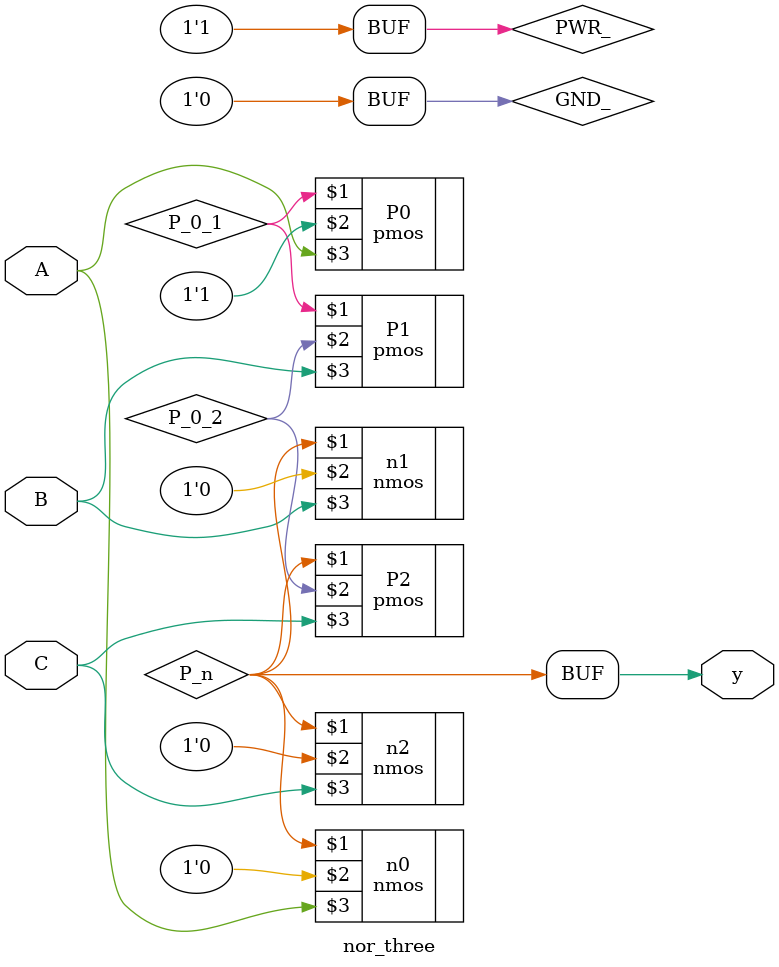
<source format=v>
`timescale 1ns / 1ps
module nor_three(
	input A , B, C,
	output y
	);

	wire P_0_1, p_0_2, P_n;
	supply1 PWR_;
	supply0 GND_;
	
	// pull_up network
	pmos P0 (P_0_1, PWR_, A);
	pmos P1 (P_0_1, P_0_2, B);
	pmos P2 (P_n, P_0_2, C);
	
	//pull_down network
	nmos n0 (P_n, GND_, A);
	nmos n1 (P_n, GND_, B);
	nmos n2 (P_n, GND_, C);
	
	assign y = P_n;
	
endmodule
</source>
